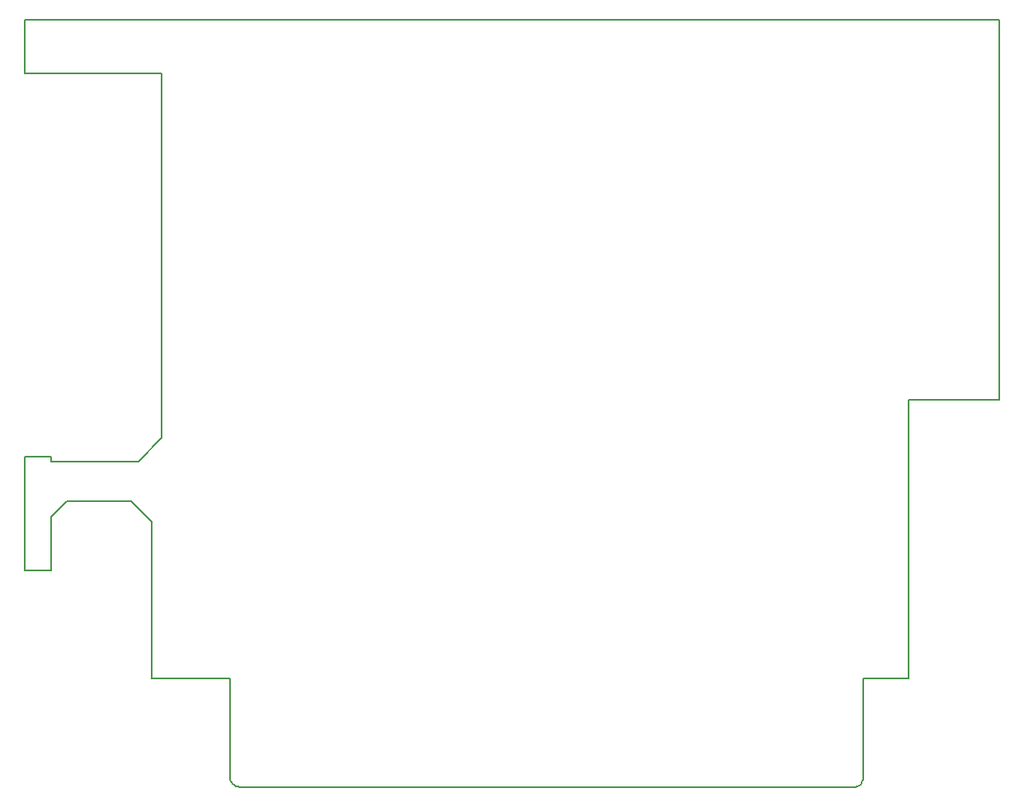
<source format=gbr>
G04 #@! TF.FileFunction,Profile,NP*
%FSLAX46Y46*%
G04 Gerber Fmt 4.6, Leading zero omitted, Abs format (unit mm)*
G04 Created by KiCad (PCBNEW 4.0.4-stable) date 01/09/17 01:48:13*
%MOMM*%
%LPD*%
G01*
G04 APERTURE LIST*
%ADD10C,0.100000*%
%ADD11C,0.150000*%
G04 APERTURE END LIST*
D10*
D11*
X179070000Y-113792000D02*
G75*
G03X179832000Y-113030000I0J762000D01*
G01*
X114808000Y-112699800D02*
G75*
G03X115849400Y-113792000I1066800J-25400D01*
G01*
X107823000Y-77952600D02*
X105435400Y-80365600D01*
X106781600Y-86563200D02*
X106781600Y-86588600D01*
X104648000Y-84429600D02*
X106781000Y-86563200D01*
X96443800Y-86080600D02*
X98069400Y-84429600D01*
X106781000Y-86563200D02*
X106781000Y-102616000D01*
X98069400Y-84429600D02*
X104648000Y-84429600D01*
X96443800Y-91567000D02*
X96443800Y-86080600D01*
X184505600Y-73990200D02*
X193802000Y-73990200D01*
X184505600Y-102616000D02*
X184505600Y-73990200D01*
X93805000Y-40513000D02*
X93805000Y-35000000D01*
X107823000Y-40513000D02*
X93805000Y-40513000D01*
X93805000Y-91567000D02*
X96443800Y-91567000D01*
X93805000Y-79883000D02*
X93805000Y-91567000D01*
X96443800Y-80365600D02*
X105435400Y-80365600D01*
X96443800Y-79883000D02*
X96443800Y-80365600D01*
X93805000Y-79883000D02*
X96443800Y-79883000D01*
X107823000Y-40513000D02*
X107823000Y-77952600D01*
X193802000Y-35000000D02*
X93805000Y-35000000D01*
X193802000Y-73990200D02*
X193802000Y-35000000D01*
X179832000Y-102616000D02*
X184505600Y-102616000D01*
X179832000Y-113030000D02*
X179832000Y-102616000D01*
X116078000Y-113792000D02*
X179070000Y-113792000D01*
X115849400Y-113792000D02*
X116078000Y-113792000D01*
X114808000Y-102616000D02*
X114808000Y-112699000D01*
X106781000Y-102616000D02*
X114808000Y-102616000D01*
M02*

</source>
